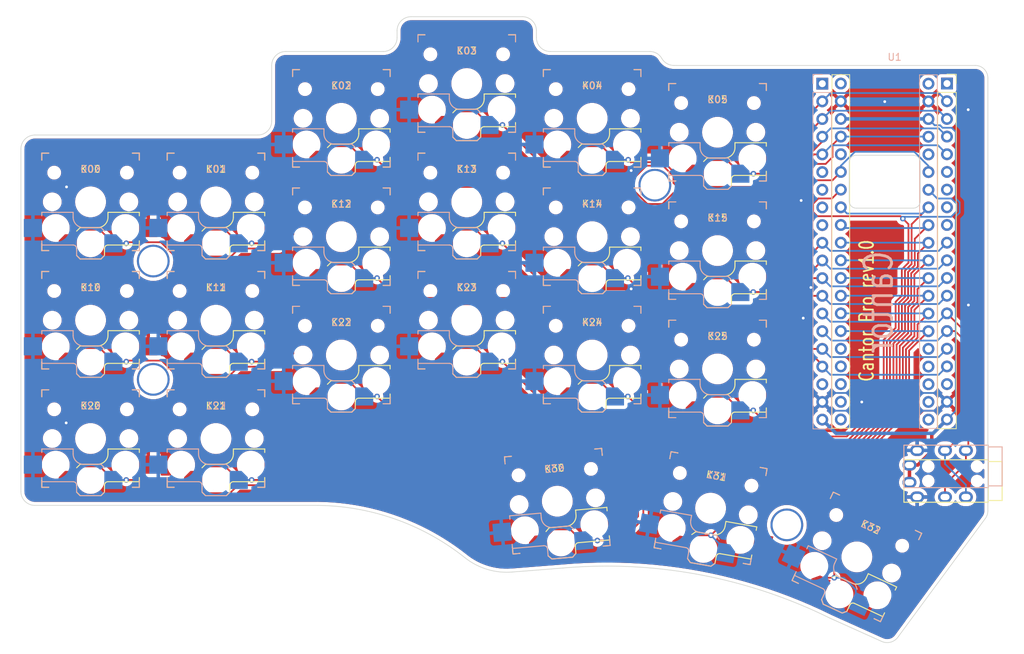
<source format=kicad_pcb>
(kicad_pcb (version 20211014) (generator pcbnew)
  (title_block (title "Cantor Pro") (rev "rev1.0"))
  (layers (0 "F.Cu" signal) (31 "B.Cu" signal) (34 "B.Paste" user) (35 "F.Paste" user) (36 "B.SilkS" user "B.Silkscreen") (37 "F.SilkS" user "F.Silkscreen") (38 "B.Mask" user) (39 "F.Mask" user) (44 "Edge.Cuts" user))
  (net 0 "")
  (net 1 "+3V3")
  (net 2 "GND")
  (net 3 "/TX")
  (net 4 "/RX")
  (net 5 "/k00")
  (net 6 "/k01")
  (net 7 "/k02")
  (net 8 "/k03")
  (net 9 "/k04")
  (net 10 "/k05")
  (net 11 "/k10")
  (net 12 "/k11")
  (net 13 "/k12")
  (net 14 "/k13")
  (net 15 "/k14")
  (net 16 "/k15")
  (net 17 "/k20")
  (net 18 "/k21")
  (net 19 "/k22")
  (net 20 "/k23")
  (net 21 "/k24")
  (net 22 "/k25")
  (net 23 "/k30")
  (net 24 "/k31")
  (net 25 "/k32")
  (footprint "cantor:Kailh_socket_PG1350_reversible_cropped_pads" (layer "F.Cu") (at 164 94)
    (fp_text reference "K25")
    (fp_text value "KEYSW")
  )
  (footprint "cantor:Kailh_socket_PG1350_reversible_cropped_pads" (layer "F.Cu") (at 146 92)
    (fp_text reference "K24")
    (fp_text value "KEYSW")
  )
  (footprint "cantor:Kailh_socket_PG1350_reversible_cropped_pads" (layer "F.Cu") (at 92 104)
    (fp_text reference "K21")
    (fp_text value "KEYSW")
  )
  (footprint "cantor:Kailh_socket_PG1350_reversible_cropped_pads" (layer "F.Cu") (at 110 58)
    (fp_text reference "K02")
    (fp_text value "KEYSW")
  )
  (footprint "cantor:Kailh_socket_PG1350_reversible_cropped_pads" (layer "F.Cu") (at 74 87)
    (fp_text reference "K10")
    (fp_text value "KEYSW")
  )
  (footprint "cantor:Standoff_Hole" (layer "F.Cu") (at 83 78.5)
    (fp_text reference "H1")
    (fp_text value "MountingHole" hide)
  )
  (footprint "cantor:Kailh_socket_PG1350_reversible_cropped_pads" (layer "F.Cu") (at 146 58)
    (fp_text reference "K04")
    (fp_text value "KEYSW")
  )
  (footprint "cantor:Kailh_socket_PG1350_reversible_cropped_pads" (layer "F.Cu") (at 110 75)
    (fp_text reference "K12")
    (fp_text value "KEYSW")
  )
  (footprint "cantor:Standoff_Hole" (layer "F.Cu") (at 173.95 116.4)
    (fp_text reference "H4")
    (fp_text value "MountingHole" hide)
  )
  (footprint "cantor:Kailh_socket_PG1350_reversible_cropped_pads" (layer "F.Cu") (at 141 113 5)
    (fp_text reference "K30")
    (fp_text value "KEYSW")
  )
  (footprint "cantor:Kailh_socket_PG1350_reversible_cropped_pads" (layer "F.Cu") (at 92 70)
    (fp_text reference "K01")
    (fp_text value "KEYSW")
  )
  (footprint "cantor:Kailh_socket_PG1350_reversible_cropped_pads" (layer "F.Cu") (at 146 75)
    (fp_text reference "K14")
    (fp_text value "KEYSW")
  )
  (footprint "cantor:Kailh_socket_PG1350_reversible_cropped_pads" (layer "F.Cu") (at 128 87)
    (fp_text reference "K23")
    (fp_text value "KEYSW")
  )
  (footprint "cantor:Kailh_socket_PG1350_reversible_cropped_pads" (layer "F.Cu") (at 128 53)
    (fp_text reference "K03")
    (fp_text value "KEYSW")
  )
  (footprint "cantor:Standoff_Hole" (layer "F.Cu") (at 83 95.5)
    (fp_text reference "H3")
    (fp_text value "MountingHole" hide)
  )
  (footprint "cantor:Kailh_socket_PG1350_reversible_cropped_pads" (layer "F.Cu") (at 110 92)
    (fp_text reference "K22")
    (fp_text value "KEYSW")
  )
  (footprint "Keebio-Parts:TRRS-PJ-320A" (layer "F.Cu") (at 202.85 110.1 -90)
    (fp_text reference "J1")
    (fp_text value "TRRS")
  )
  (footprint "cantor:Kailh_socket_PG1350_reversible_cropped_pads" (layer "F.Cu") (at 164 77)
    (fp_text reference "K15")
    (fp_text value "KEYSW")
  )
  (footprint "cantor:Standoff_Hole" (layer "F.Cu") (at 155 67.5)
    (fp_text reference "H2")
    (fp_text value "MountingHole" hide)
  )
  (footprint "cantor:Kailh_socket_PG1350_reversible_cropped_pads" (layer "F.Cu") (at 184 121 -25)
    (fp_text reference "K32")
    (fp_text value "KEYSW")
  )
  (footprint "cantor:Kailh_socket_PG1350_reversible_cropped_pads" (layer "F.Cu") (at 92 87)
    (fp_text reference "K11")
    (fp_text value "KEYSW")
  )
  (footprint "Footprints:YAAJ_WeAct_BlackPill_2" (layer "F.Cu") (at 179.155 53)
    (fp_text reference "U1")
    (fp_text value "YAAJ_WeAct_BlackPill_Part_Like" hide)
  )
  (footprint "cantor:Kailh_socket_PG1350_reversible_cropped_pads" (layer "F.Cu") (at 164 60)
    (fp_text reference "K05")
    (fp_text value "KEYSW")
  )
  (footprint "cantor:Kailh_socket_PG1350_reversible_cropped_pads" (layer "F.Cu") (at 74 104)
    (fp_text reference "K20")
    (fp_text value "KEYSW")
  )
  (footprint "cantor:Kailh_socket_PG1350_reversible_cropped_pads" (layer "F.Cu") (at 128 70)
    (fp_text reference "K13")
    (fp_text value "KEYSW")
  )
  (footprint "cantor:Kailh_socket_PG1350_reversible_cropped_pads" (layer "F.Cu") (at 74 70)
    (fp_text reference "K00")
    (fp_text value "KEYSW")
  )
  (footprint "cantor:Kailh_socket_PG1350_reversible_cropped_pads" (layer "F.Cu") (at 163 114 -10)
    (fp_text reference "K31")
    (fp_text value "KEYSW")
  )
  (gr_line (start 182.9 69.9) (end 182.9 64.3) (layer "Edge.Cuts") (width 0.1))
  (gr_arc (start 201 50.4) (mid 202.272792 50.927208) (end 202.8 52.2) (layer "Edge.Cuts") (width 0.1))
  (gr_arc (start 100 50.4) (mid 100.585786 48.985786) (end 102 48.4) (layer "Edge.Cuts") (width 0.1))
  (gr_line (start 66 113.6) (end 106.5 113.6) (layer "Edge.Cuts") (width 0.1))
  (gr_line (start 189.949999 132.449999) (end 202.434044 115.487896) (layer "Edge.Cuts") (width 0.1))
  (gr_arc (start 134.5 123.175) (mid 130.930967 122.788889) (end 127.75 121.125) (layer "Edge.Cuts") (width 0.1))
  (gr_arc (start 118 45.4) (mid 118.585786 43.985786) (end 120 43.4) (layer "Edge.Cuts") (width 0.1))
  (gr_line (start 192.1 70.9) (end 183.9 70.9) (layer "Edge.Cuts") (width 0.1))
  (gr_line (start 201 50.4) (end 157.750002 50.399998) (layer "Edge.Cuts") (width 0.1))
  (gr_arc (start 182.9 64.3) (mid 183.192893 63.592893) (end 183.9 63.3) (layer "Edge.Cuts") (width 0.1))
  (gr_line (start 118 45.4) (end 118 46.4) (layer "Edge.Cuts") (width 0.1))
  (gr_line (start 138 46.4) (end 138 45.4) (layer "Edge.Cuts") (width 0.1))
  (gr_arc (start 193.1 69.9) (mid 192.807107 70.607107) (end 192.1 70.9) (layer "Edge.Cuts") (width 0.1))
  (gr_line (start 193.092893 64.3) (end 193.1 69.9) (layer "Edge.Cuts") (width 0.1))
  (gr_arc (start 202.8 114.4) (mid 202.70606 114.973899) (end 202.434044 115.487896) (layer "Edge.Cuts") (width 0.1))
  (gr_line (start 100 50.4) (end 100 58.4) (layer "Edge.Cuts") (width 0.1))
  (gr_line (start 98 60.4) (end 66 60.4) (layer "Edge.Cuts") (width 0.1))
  (gr_arc (start 136 43.4) (mid 137.414214 43.985786) (end 138 45.4) (layer "Edge.Cuts") (width 0.1))
  (gr_arc (start 118 46.4) (mid 117.414214 47.814214) (end 116 48.4) (layer "Edge.Cuts") (width 0.1))
  (gr_arc (start 66 113.6) (mid 64.585786 113.014214) (end 64 111.6) (layer "Edge.Cuts") (width 0.1))
  (gr_line (start 202.8 114.4) (end 202.8 113.2) (layer "Edge.Cuts") (width 0.1))
  (gr_line (start 141.8 122.600001) (end 134.5 123.175) (layer "Edge.Cuts") (width 0.1))
  (gr_line (start 180.129399 129.8) (end 187.513868 133.121447) (layer "Edge.Cuts") (width 0.1))
  (gr_arc (start 140 48.4) (mid 138.585786 47.814214) (end 138 46.4) (layer "Edge.Cuts") (width 0.1))
  (gr_arc (start 157.750002 50.399998) (mid 156.742216 50.132373) (end 156 49.4) (layer "Edge.Cuts") (width 0.1))
  (gr_line (start 64 62.4) (end 64 111.6) (layer "Edge.Cuts") (width 0.1))
  (gr_arc (start 192.092893 63.3) (mid 192.8 63.592893) (end 193.092893 64.3) (layer "Edge.Cuts") (width 0.1))
  (gr_arc (start 183.9 70.9) (mid 183.192893 70.607107) (end 182.9 69.9) (layer "Edge.Cuts") (width 0.1))
  (gr_line (start 136 43.4) (end 120 43.4) (layer "Edge.Cuts") (width 0.1))
  (gr_arc (start 64 62.4) (mid 64.585786 60.985786) (end 66 60.4) (layer "Edge.Cuts") (width 0.1))
  (gr_arc (start 106.5 113.600001) (mid 117.756229 115.57996) (end 127.75 121.125) (layer "Edge.Cuts") (width 0.1))
  (gr_line (start 183.9 63.3) (end 192.092893 63.3) (layer "Edge.Cuts") (width 0.1))
  (gr_line (start 116 48.4) (end 102 48.4) (layer "Edge.Cuts") (width 0.1))
  (gr_arc (start 154.3 48.4) (mid 155.286154 48.668538) (end 156 49.4) (layer "Edge.Cuts") (width 0.1))
  (gr_line (start 202.8 113.2) (end 202.8 52.2) (layer "Edge.Cuts") (width 0.1))
  (gr_arc (start 100 58.4) (mid 99.414214 59.814214) (end 98 60.4) (layer "Edge.Cuts") (width 0.1))
  (gr_arc (start 189.949999 132.449999) (mid 188.858511 133.244969) (end 187.513868 133.121447) (layer "Edge.Cuts") (width 0.1))
  (gr_line (start 154.3 48.4) (end 140 48.4) (layer "Edge.Cuts") (width 0.1))
  (gr_arc (start 141.8 122.600001) (mid 161.459797 123.564333) (end 180.129399 129.8) (layer "Edge.Cuts") (width 0.1))
  (gr_text "Cantor" (at 187.15 84.4 90) (layer "B.SilkS") (effects (font (size 4 3) (thickness 0.4)) (justify mirror)))
  (gr_text "Cantor Pro rev1.0" (at 185.4 85.65 90) (layer "F.SilkS") (effects (font (size 2 1.5) (thickness 0.25))))
  (segment (start 194.75 105.8) (end 192.75 107.8) (width 0.5) (layer "F.Cu") (net 1))
  (segment (start 194.75 103.445) (end 194.75 105.8) (width 0.5) (layer "F.Cu") (net 1))
  (segment (start 196.935 101.26) (end 194.75 103.445) (width 0.5) (layer "F.Cu") (net 1))
  (segment (start 191.55 110.3) (end 191.55 107.8) (width 0.5) (layer "F.Cu") (net 1))
  (segment (start 192.75 107.8) (end 191.55 107.8) (width 0.5) (layer "F.Cu") (net 1))
  (segment (start 179.035 101.28) (end 181.005 103.25) (width 0.5) (layer "B.Cu") (net 1))
  (segment (start 195.170489 58.995489) (end 195.946885 58.995489) (width 0.25) (layer "B.Cu") (net 1))
  (segment (start 195.946885 58.995489) (end 196.301396 59.35) (width 0.25) (layer "B.Cu") (net 1))
  (segment (start 194.945 103.25) (end 196.935 101.26) (width 0.5) (layer "B.Cu") (net 1))
  (segment (start 181.005 103.25) (end 194.945 103.25) (width 0.5) (layer "B.Cu") (net 1))
  (segment (start 198.2 99.995) (end 196.935 101.26) (width 0.25) (layer "B.Cu") (net 1))
  (segment (start 198.76 70.073604) (end 198.76 71.546396) (width 0.25) (layer "B.Cu") (net 1))
  (segment (start 198.2 69.513604) (end 198.76 70.073604) (width 0.25) (layer "B.Cu") (net 1))
  (segment (start 196.301396 59.35) (end 197.61 59.35) (width 0.25) (layer "B.Cu") (net 1))
  (segment (start 181.695 58.08) (end 194.255 58.08) (width 0.5) (layer "B.Cu") (net 1))
  (segment (start 198.76 71.546396) (end 198.2 72.106396) (width 0.25) (layer "B.Cu") (net 1))
  (segment (start 197.61 59.35) (end 198.2 59.94) (width 0.25) (layer "B.Cu") (net 1))
  (segment (start 198.2 72.106396) (end 198.2 99.995) (width 0.25) (layer "B.Cu") (net 1))
  (segment (start 198.2 59.94) (end 198.2 69.513604) (width 0.25) (layer "B.Cu") (net 1))
  (segment (start 194.255 58.08) (end 195.170489 58.995489) (width 0.25) (layer "B.Cu") (net 1))
  (segment (start 192.65 100.9) (end 193.55 100) (width 0.25) (layer "F.Cu") (net 2))
  (segment (start 193.55 100) (end 195.655 100) (width 0.25) (layer "F.Cu") (net 2))
  (segment (start 195.655 100) (end 196.935 98.72) (width 0.25) (layer "F.Cu") (net 2))
  (segment (start 192.65 105.7) (end 192.65 100.9) (width 0.25) (layer "F.Cu") (net 2))
  (via (at 188 55.6) (size 0.8) (drill 0.4) (layers "F.Cu" "B.Cu") (net 2))
  (via (at 70.55 67.85) (size 0.8) (drill 0.4) (layers "F.Cu" "B.Cu") (net 2))
  (via (at 151.6 82.5) (size 0.8) (drill 0.4) (layers "F.Cu" "B.Cu") (net 2))
  (via (at 151.6 65.5) (size 0.8) (drill 0.4) (layers "F.Cu" "B.Cu") (net 2))
  (via (at 176.3 86.7) (size 0.8) (drill 0.4) (layers "F.Cu" "B.Cu") (net 2))
  (via (at 199.98 56.76) (size 0.8) (drill 0.4) (layers "F.Cu" "B.Cu") (net 2))
  (via (at 176 69.8) (size 0.8) (drill 0.4) (layers "F.Cu" "B.Cu") (net 2))
  (via (at 177.4 82.3) (size 0.8) (drill 0.4) (layers "F.Cu" "B.Cu") (net 2))
  (via (at 184.7 98.75) (size 0.8) (drill 0.4) (layers "F.Cu" "B.Cu") (net 2))
  (via (at 70.5 101.75) (size 0.8) (drill 0.4) (layers "F.Cu" "B.Cu") (net 2))
  (via (at 200.01 84.82) (size 0.8) (drill 0.4) (layers "F.Cu" "B.Cu") (net 2))
  (segment (start 195.665 97.45) (end 196.935 98.72) (width 0.25) (layer "B.Cu") (net 2))
  (segment (start 195.655 100) (end 196.935 98.72) (width 0.25) (layer "B.Cu") (net 2))
  (segment (start 179.035 98.74) (end 180.295 100) (width 0.25) (layer "B.Cu") (net 2))
  (segment (start 180.325 97.45) (end 195.665 97.45) (width 0.25) (layer "B.Cu") (net 2))
  (segment (start 193.2 112.3) (end 192.6625 112.3) (width 0.25) (layer "B.Cu") (net 2))
  (segment (start 180.295 100) (end 195.655 100) (width 0.25) (layer "B.Cu") (net 2))
  (segment (start 179.035 98.74) (end 180.325 97.45) (width 0.25) (layer "B.Cu") (net 2))
  (segment (start 200 105.35) (end 199.65 105.7) (width 0.25) (layer "F.Cu") (net 3))
  (segment (start 196.65 110.6) (end 196.65 112.4) (width 0.25) (layer "F.Cu") (net 3))
  (segment (start 199.65 107.6) (end 199.65 105.7) (width 0.25) (layer "F.Cu") (net 3))
  (segment (start 199.65 107.6) (end 196.65 110.6) (width 0.25) (layer "F.Cu") (net 3))
  (segment (start 196.935 86.02) (end 200 89.085) (width 0.25) (layer "F.Cu") (net 3))
  (segment (start 200 89.085) (end 200 105.35) (width 0.25) (layer "F.Cu") (net 3))
  (segment (start 193.786995 87.213005) (end 193.788501 87.214511) (width 0.25) (layer "B.Cu") (net 3))
  (segment (start 179.035 86.04) (end 180.208005 87.213005) (width 0.25) (layer "B.Cu") (net 3))
  (segment (start 195.740489 87.214511) (end 196.935 86.02) (width 0.25) (layer "B.Cu") (net 3))
  (segment (start 193.788501 87.214511) (end 195.740489 87.214511) (width 0.25) (layer "B.Cu") (net 3))
  (segment (start 180.208005 87.213005) (end 193.786995 87.213005) (width 0.25) (layer "B.Cu") (net 3))
  (segment (start 198.11 88.56) (end 199.55048 90.00048) (width 0.25) (layer "F.Cu") (net 4))
  (segment (start 199.55048 90.00048) (end 199.55048 102.99952) (width 0.25) (layer "F.Cu") (net 4))
  (segment (start 199.55048 102.99952) (end 196.85 105.7) (width 0.25) (layer "F.Cu") (net 4))
  (segment (start 196.935 88.56) (end 198.11 88.56) (width 0.25) (layer "F.Cu") (net 4))
  (segment (start 196.85 105.7) (end 196.65 105.7) (width 0.25) (layer "F.Cu") (net 4))
  (segment (start 199.65 110.65) (end 199.65 112.4) (width 0.25) (layer "B.Cu") (net 4))
  (segment (start 196.65 107.65) (end 199.65 110.65) (width 0.25) (layer "B.Cu") (net 4))
  (segment (start 180.380489 89.925489) (end 195.569511 89.925489) (width 0.25) (layer "B.Cu") (net 4))
  (segment (start 196.65 105.7) (end 196.65 107.65) (width 0.25) (layer "B.Cu") (net 4))
  (segment (start 179.035 88.58) (end 180.380489 89.925489) (width 0.25) (layer "B.Cu") (net 4))
  (segment (start 195.569511 89.925489) (end 196.935 88.56) (width 0.25) (layer "B.Cu") (net 4))
  (segment (start 103.1 70.186396) (end 103.1 74.65) (width 0.25) (layer "F.Cu") (net 5))
  (segment (start 72.65 74) (end 75.325 74) (width 0.25) (layer "F.Cu") (net 5))
  (segment (start 84.1 75.8) (end 79.275 75.8) (width 0.25) (layer "F.Cu") (net 5))
  (segment (start 153.544186 71.2) (end 150.194186 67.85) (width 0.25) (layer "F.Cu") (net 5))
  (segment (start 94.15 77.85) (end 86.15 77.85) (width 0.25) (layer "F.Cu") (net 5))
  (segment (start 70.7 75.95) (end 72.65 74) (width 0.25) (layer "F.Cu") (net 5))
  (segment (start 180.500489 66.894511) (end 175.387469 66.894511) (width 0.25) (layer "F.Cu") (net 5))
  (segment (start 95.3 76.7) (end 94.15 77.85) (width 0.25) (layer "F.Cu") (net 5))
  (segment (start 105.436396 67.85) (end 103.1 70.186396) (width 0.25) (layer "F.Cu") (net 5))
  (segment (start 150.194186 67.85) (end 105.436396 67.85) (width 0.25) (layer "F.Cu") (net 5))
  (segment (start 103.1 74.65) (end 101.05 76.7) (width 0.25) (layer "F.Cu") (net 5))
  (segment (start 77.275 75.95) (end 79.125 75.95) (width 0.25) (layer "F.Cu") (net 5))
  (segment (start 86.15 77.85) (end 84.1 75.8) (width 0.25) (layer "F.Cu") (net 5))
  (segment (start 158.005814 69.65) (end 156.455814 71.2) (width 0.25) (layer "F.Cu") (net 5))
  (segment (start 75.325 74) (end 77.275 75.95) (width 0.25) (layer "F.Cu") (net 5))
  (segment (start 172.63198 69.65) (end 158.005814 69.65) (width 0.25) (layer "F.Cu") (net 5))
  (segment (start 101.05 76.7) (end 95.3 76.7) (width 0.25) (layer "F.Cu") (net 5))
  (segment (start 79.275 75.8) (end 79.125 75.95) (width 0.25) (layer "F.Cu") (net 5))
  (segment (start 156.455814 71.2) (end 153.544186 71.2) (width 0.25) (layer "F.Cu") (net 5))
  (segment (start 181.695 65.7) (end 180.500489 66.894511) (width 0.25) (layer "F.Cu") (net 5))
  (segment (start 175.387469 66.894511) (end 172.63198 69.65) (width 0.25) (layer "F.Cu") (net 5))
  (via (at 79.125 75.95) (size 0.8) (drill 0.4) (layers "F.Cu" "B.Cu") (net 5))
  (segment (start 181.695 65.7) (end 181.695 64.821701) (width 0.25) (layer "B.Cu") (net 5))
  (segment (start 194.275 64.835) (end 194.275 65.72) (width 0.25) (layer "B.Cu") (net 5))
  (segment (start 192.24 62.8) (end 193.1 63.66) (width 0.25) (layer "B.Cu") (net 5))
  (segment (start 193.1 63.666701) (end 193.788299 64.355) (width 0.25) (layer "B.Cu") (net 5))
  (segment (start 181.695 64.821701) (end 183.716701 62.8) (width 0.25) (layer "B.Cu") (net 5))
  (segment (start 79.125 75.95) (end 77.275 75.95) (width 0.25) (layer "B.Cu") (net 5))
  (segment (start 193.788299 64.355) (end 193.795 64.355) (width 0.25) (layer "B.Cu") (net 5))
  (segment (start 193.1 63.66) (end 193.1 63.666701) (width 0.25) (layer "B.Cu") (net 5))
  (segment (start 193.795 64.355) (end 194.275 64.835) (width 0.25) (layer "B.Cu") (net 5))
  (segment (start 183.716701 62.8) (end 192.24 62.8) (width 0.25) (layer "B.Cu") (net 5))
  (segment (start 102.65 70) (end 105.25 67.4) (width 0.25) (layer "F.Cu") (net 6))
  (segment (start 97.125 75.95) (end 101.163604 75.95) (width 0.25) (layer "F.Cu") (net 6))
  (segment (start 153.730582 70.75) (end 156.269418 70.75) (width 0.25) (layer "F.Cu") (net 6))
  (segment (start 105.25 67.4) (end 150.380582 67.4) (width 0.25) (layer "F.Cu") (net 6))
  (segment (start 179.521499 64.545489) (end 180.5 63.566988) (width 0.25) (layer "F.Cu") (net 6))
  (segment (start 180.5 63.566988) (end 180.5 61.815) (width 0.25) (layer "F.Cu") (net 6))
  (segment (start 177.100095 64.545489) (end 179.521499 64.545489) (width 0.25) (layer "F.Cu") (net 6))
  (segment (start 93.325 74) (end 95.275 75.95) (width 0.25) (layer "F.Cu") (net 6))
  (segment (start 101.163604 75.95) (end 102.65 74.463604) (width 0.25) (layer "F.Cu") (net 6))
  (segment (start 90.65 74) (end 93.325 74) (width 0.25) (layer "F.Cu") (net 6))
  (segment (start 102.65 74.463604) (end 102.65 70) (width 0.25) (layer "F.Cu") (net 6))
  (segment (start 172.445584 69.2) (end 177.100095 64.545489) (width 0.25) (layer "F.Cu") (net 6))
  (segment (start 157.819418 69.2) (end 172.445584 69.2) (width 0.25) (layer "F.Cu") (net 6))
  (segment (start 150.380582 67.4) (end 153.730582 70.75) (width 0.25) (layer "F.Cu") (net 6))
  (segment (start 95.275 75.95) (end 97.125 75.95) (width 0.25) (layer "F.Cu") (net 6))
  (segment (start 88.7 75.95) (end 90.65 74) (width 0.25) (layer "F.Cu") (net 6))
  (segment (start 180.5 61.815) (end 181.695 60.62) (width 0.25) (layer "F.Cu") (net 6))
  (segment (start 156.269418 70.75) (end 157.819418 69.2) (width 0.25) (layer "F.Cu") (net 6))
  (via (at 97.125 75.95) (size 0.8) (drill 0.4) (layers "F.Cu" "B.Cu") (net 6))
  (segment (start 97.125 75.95) (end 95.275 75.95) (width 0.25) (layer "B.Cu") (net 6))
  (segment (start 194.255 60.62) (end 194.275 60.64) (width 0.25) (layer "B.Cu") (net 6))
  (segment (start 181.695 60.62) (end 194.255 60.62) (width 0.25) (layer "B.Cu") (net 6))
  (segment (start 150.566978 66.95) (end 118.125 66.95) (width 0.25) (layer "F.Cu") (net 7))
  (segment (start 111.325 62) (end 113.275 63.95) (width 0.25) (layer "F.Cu") (net 7))
  (segment (start 179.035 63.18) (end 177.829188 63.18) (width 0.25) (layer "F.Cu") (net 7))
  (segment (start 156.083022 70.3) (end 153.916978 70.3) (width 0.25) (layer "F.Cu") (net 7))
  (segment (start 106.7 63.95) (end 108.65 62) (width 0.25) (layer "F.Cu") (net 7))
  (segment (start 177.829188 63.18) (end 172.259188 68.75) (width 0.25) (layer "F.Cu") (net 7))
  (segment (start 157.633022 68.75) (end 156.083022 70.3) (width 0.25) (layer "F.Cu") (net 7))
  (segment (start 113.275 63.95) (end 115.125 63.95) (width 0.25) (layer "F.Cu") (net 7))
  (segment (start 172.259188 68.75) (end 157.633022 68.75) (width 0.25) (layer "F.Cu") (net 7))
  (segment (start 108.65 62) (end 111.325 62) (width 0.25) (layer "F.Cu") (net 7))
  (segment (start 118.125 66.95) (end 115.125 63.95) (width 0.25) (layer "F.Cu") (net 7))
  (segment (start 153.916978 70.3) (end 150.566978 66.95) (width 0.25) (layer "F.Cu") (net 7))
  (via (at 115.125 63.95) (size 0.8) (drill 0.4) (layers "F.Cu" "B.Cu") (net 7))
  (segment (start 115.125 63.95) (end 113.275 63.95) (width 0.25) (layer "B.Cu") (net 7))
  (segment (start 180.345 61.87) (end 195.645 61.87) (width 0.25) (layer "B.Cu") (net 7))
  (segment (start 179.035 63.18) (end 180.345 61.87) (width 0.25) (layer "B.Cu") (net 7))
  (segment (start 195.645 61.87) (end 196.935 63.16) (width 0.25) (layer "B.Cu") (net 7))
  (segment (start 179.035 61.337792) (end 179.035 60.64) (width 0.25) (layer "F.Cu") (net 8))
  (segment (start 140.675 66.5) (end 152.1 66.5) (width 0.25) (layer "F.Cu") (net 8))
  (segment (start 172.072792 68.3) (end 179.035 61.337792) (width 0.25) (layer "F.Cu") (net 8))
  (segment (start 126.65 57) (end 129.325 57) (width 0.25) (layer "F.Cu") (net 8))
  (segment (start 131.275 58.95) (end 133.125 58.95) (width 0.25) (layer "F.Cu") (net 8))
  (segment (start 153.8 64.8) (end 156.163604 64.8) (width 0.25) (layer "F.Cu") (net 8))
  (segment (start 124.7 58.95) (end 126.65 57) (width 0.25) (layer "F.Cu") (net 8))
  (segment (start 129.325 57) (end 131.275 58.95) (width 0.25) (layer "F.Cu") (net 8))
  (segment (start 152.1 66.5) (end 153.8 64.8) (width 0.25) (layer "F.Cu") (net 8))
  (segment (start 156.163604 64.8) (end 157.675 66.311396) (width 0.25) (layer "F.Cu") (net 8))
  (segment (start 157.675 66.311396) (end 157.675 67.275) (width 0.25) (layer "F.Cu") (net 8))
  (segment (start 157.675 67.275) (end 158.7 68.3) (width 0.25) (layer "F.Cu") (net 8))
  (segment (start 133.125 58.95) (end 140.675 66.5) (width 0.25) (layer "F.Cu") (net 8))
  (segment (start 158.7 68.3) (end 172.072792 68.3) (width 0.25) (layer "F.Cu") (net 8))
  (via (at 133.125 58.95) (size 0.8) (drill 0.4) (layers "F.Cu" "B.Cu") (net 8))
  (segment (start 179.035 60.64) (end 180.229511 59.445489) (width 0.25) (layer "B.Cu") (net 8))
  (segment (start 133.125 58.95) (end 131.275 58.95) (width 0.25) (layer "B.Cu") (net 8))
  (segment (start 180.229511 59.445489) (end 195.760489 59.445489) (width 0.25) (layer "B.Cu") (net 8))
  (segment (start 195.760489 59.445489) (end 196.935 60.62) (width 0.25) (layer "B.Cu") (net 8))
  (segment (start 144.7 62) (end 147.375 62) (width 0.25) (layer "F.Cu") (net 9))
  (segment (start 156.3 64.3) (end 151.525 64.3) (width 0.25) (layer "F.Cu") (net 9))
  (segment (start 151.525 64.3) (end 151.175 63.95) (width 0.25) (layer "F.Cu") (net 9))
  (segment (start 142.75 63.95) (end 144.7 62) (width 0.25) (layer "F.Cu") (net 9))
  (segment (start 149.325 63.95) (end 151.175 63.95) (width 0.25) (layer "F.Cu") (net 9))
  (segment (start 158.125 66.125) (end 156.3 64.3) (width 0.25) (layer "F.Cu") (net 9))
  (segment (start 147.375 62) (end 149.325 63.95) (width 0.25) (layer "F.Cu") (net 9))
  (segment (start 179.035 58.1) (end 177.30048 59.83452) (width 0.25) (layer "F.Cu") (net 9))
  (segment (start 177.30048 59.83452) (end 177.30048 62.435916) (width 0.25) (layer "F.Cu") (net 9))
  (segment (start 177.30048 62.435916) (end 171.886396 67.85) (width 0.25) (layer "F.Cu") (net 9))
  (segment (start 158.886396 67.85) (end 158.125 67.088604) (width 0.25) (layer "F.Cu") (net 9))
  (segment (start 158.125 67.088604) (end 158.125 66.125) (width 0.25) (layer "F.Cu") (net 9))
  (segment (start 171.886396 67.85) (end 158.886396 67.85) (width 0.25) (layer "F.Cu") (net 9))
  (via (at 151.175 63.95) (size 0.8) (drill 0.4) (layers "F.Cu" "B.Cu") (net 9))
  (segment (start 179.035 58.1) (end 180.229511 56.905489) (width 0.25) (layer "B.Cu") (net 9))
  (segment (start 151.175 63.95) (end 149.275 63.95) (width 0.25) (layer "B.Cu") (net 9))
  (segment (start 195.760489 56.905489) (end 196.935 58.08) (width 0.25) (layer "B.Cu") (net 9))
  (segment (start 180.229511 56.905489) (end 195.760489 56.905489) (width 0.25) (layer "B.Cu") (net 9))
  (segment (start 160.725 65.95) (end 162.675 64) (width 0.25) (layer "F.Cu") (net 10))
  (segment (start 179.035 55.56) (end 176.85048 57.74452) (width 0.25) (layer "F.Cu") (net 10))
  (segment (start 176.85048 57.74452) (end 176.85048 62.24952) (width 0.25) (layer "F.Cu") (net 10))
  (segment (start 173.15 65.95) (end 173.425 65.675) (width 0.25) (layer "F.Cu") (net 10))
  (segment (start 165.35 64) (end 167.3 65.95) (width 0.25) (layer "F.Cu") (net 10))
  (segment (start 162.675 64) (end 165.35 64) (width 0.25) (layer "F.Cu") (net 10))
  (segment (start 176.85048 62.24952) (end 173.425 65.675) (width 0.25) (layer "F.Cu") (net 10))
  (segment (start 169.15 65.95) (end 173.15 65.95) (width 0.25) (layer "F.Cu") (net 10))
  (segment (start 167.3 65.95) (end 169.15 65.95) (width 0.25) (layer "F.Cu") (net 10))
  (via (at 169.15 65.95) (size 0.8) (drill 0.4) (layers "F.Cu" "B.Cu") (net 10))
  (segment (start 179.035 55.56) (end 180.229511 54.365489) (width 0.25) (layer "B.Cu") (net 10))
  (segment (start 195.760489 54.365489) (end 196.935 55.54) (width 0.25) (layer "B.Cu") (net 10))
  (segment (start 167.275 65.95) (end 169.15 65.95) (width 0.25) (layer "B.Cu") (net 10))
  (segment (start 180.229511 54.365489) (end 195.760489 54.365489) (width 0.25) (layer "B.Cu") (net 10))
  (segment (start 72.65 91) (end 75.325 91) (width 0.25) (layer "F.Cu") (net 11))
  (segment (start 86.25 94.85) (end 94.069302 94.85) (width 0.25) (layer "F.Cu") (net 11))
  (segment (start 70.7 92.95) (end 72.65 91) (width 0.25) (layer "F.Cu") (net 11))
  (segment (start 95.244302 93.675) (end 101.211396 93.675) (width 0.25) (layer "F.Cu") (net 11))
  (segment (start 77.275 92.95) (end 79.125 92.95) (width 0.25) (layer "F.Cu") (net 11))
  (segment (start 75.325 91) (end 77.275 92.95) (width 0.25) (layer "F.Cu") (net 11))
  (segment (start 94.069302 94.85) (end 95.244302 93.675) (width 0.25) (layer "F.Cu") (net 11))
  (segment (start 101.211396 93.675) (end 103.1 91.786396) (width 0.25) (layer "F.Cu") (net 11))
  (segment (start 154.554416 86.9) (end 172.513604 86.9) (width 0.25) (layer "F.Cu") (net 11))
  (segment (start 79.125 92.95) (end 79.275 92.8) (width 0.25) (layer "F.Cu") (net 11))
  (segment (start 103.1 86.786396) (end 105.186396 84.7) (width 0.25) (layer "F.Cu") (net 11))
  (segment (start 179.035 93.421396) (end 179.035 93.66) (width 0.25) (layer "F.Cu") (net 11))
  (segment (start 172.513604 86.9) (end 179.035 93.421396) (width 0.25) (layer "F.Cu") (net 11))
  (segment (start 79.275 92.8) (end 84.2 92.8) (width 0.25) (layer "F.Cu") (net 11))
  (segment (start 84.2 92.8) (end 86.25 94.85) (width 0.25) (layer "F.Cu") (net 11))
  (segment (start 152.354416 84.7) (end 154.554416 86.9) (width 0.25) (layer "F.Cu") (net 11))
  (segment (start 105.186396 84.7) (end 152.354416 84.7) (width 0.25) (layer "F.Cu") (net 11))
  (segment (start 103.1 91.786396) (end 103.1 86.786396) (width 0.25) (layer "F.Cu") (net 11))
  (via (at 79.125 92.95) (size 0.8) (drill 0.4) (layers "F.Cu" "B.Cu") (net 11))
  (segment (start 179.035 93.66) (end 180.209511 94.834511) (width 0.25) (layer "B.Cu") (net 11))
  (segment (start 180.209511 94.834511) (end 195.740489 94.834511) (width 0.25) (layer "B.Cu") (net 11))
  (segment (start 195.740489 94.834511) (end 196.935 93.64) (width 0.25) (layer "B.Cu") (net 11))
  (segment (start 79.125 92.95) (end 77.275 92.95) (width 0.25) (layer "B.Cu") (net 11))
  (segment (start 152.540812 84.25) (end 154.740812 86.45) (width 0.25) (layer "F.Cu") (net 12))
  (segment (start 95.275 92.95) (end 97.125 92.95) (width 0.25) (layer "F.Cu") (net 12))
  (segment (start 105 84.25) (end 152.540812 84.25) (width 0.25) (layer "F.Cu") (net 12))
  (segment (start 102.65 91.6) (end 102.65 86.6) (width 0.25) (layer "F.Cu") (net 12))
  (segment (start 101.3 92.95) (end 102.65 91.6) (width 0.25) (layer "F.Cu") (net 12))
  (segment (start 102.65 86.6) (end 105 84.25) (width 0.25) (layer "F.Cu") (net 12))
  (segment (start 88.7 92.95) (end 90.65 91) (width 0.25) (layer "F.Cu") (net 12))
  (segment (start 177.37 91.12) (end 179.035 91.12) (width 0.25) (layer "F.Cu") (net 12))
  (segment (start 154.740812 86.45) (end 172.7 86.45) (width 0.25) (layer "F.Cu") (net 12))
  (segment (start 97.125 92.95) (end 101.3 92.95) (width 0.25) (layer "F.Cu") (net 12))
  (segment (start 90.65 91) (end 93.325 91) (width 0.25) (layer "F.Cu") (net 12))
  (segment (start 93.325 91) (end 95.275 92.95) (width 0.25) (layer "F.Cu") (net 12))
  (segment (start 172.7 86.45) (end 177.37 91.12) (width 0.25) (layer "F.Cu") (net 12))
  (via (at 97.125 92.95) (size 0.8) (drill 0.4) (layers "F.Cu" "B.Cu") (net 12))
  (segment (start 97.125 92.95) (end 95.275 92.95) (width 0.25) (layer "B.Cu") (net 12))
  (segment (start 195.740489 92.294511) (end 196.935 91.1) (width 0.25) (layer "B.Cu") (net 12))
  (segment (start 180.209511 92.294511) (end 195.740489 92.294511) (width 0.25) (layer "B.Cu") (net 12))
  (segment (start 179.035 91.12) (end 180.209511 92.294511) (width 0.25) (layer "B.Cu") (net 12))
  (segment (start 111.325 79) (end 113.275 80.95) (width 0.25) (layer "F.Cu") (net 13))
  (segment (start 113.275 80.95) (end 115.125 80.95) (width 0.25) (layer "F.Cu") (net 13))
  (segment (start 106.7 80.95) (end 108.65 79) (width 0.25) (layer "F.Cu") (net 13))
  (segment (start 154.927208 86) (end 172.726436 86) (width 0.25) (layer "F.Cu") (net 13))
  (segment (start 152.727208 83.8) (end 154.927208 86) (width 0.25) (layer "F.Cu") (net 13))
  (segment (start 117.975 83.8) (end 152.727208 83.8) (width 0.25) (layer "F.Cu") (net 13))
  (segment (start 172.726436 86) (end 175.226436 83.5) (width 0.25) (layer "F.Cu") (net 13))
  (segment (start 115.125 80.95) (end 117.975 83.8) (width 0.25) (layer "F.Cu") (net 13))
  (segment (start 108.65 79) (end 111.325 79) (width 0.25) (layer "F.Cu") (net 13))
  (segment (start 175.226436 83.5) (end 179.035 83.5) (width 0.25) (layer "F.Cu") (net 13))
  (via (at 115.125 80.95) (size 0.8) (drill 0.4) (layers "F.Cu" "B.Cu") (net 13))
  (segment (start 195.740489 84.674511) (end 196.935 83.48) (width 0.25) (layer "B.Cu") (net 13))
  (segment (start 179.035 83.5) (end 180.209511 84.674511) (width 0.25) (layer "B.Cu") (net 13))
  (segment (start 180.209511 84.674511) (end 195.740489 84.674511) (width 0.25) (layer "B.Cu") (net 13))
  (segment (start 115.125 80.95) (end 113.275 80.95) (width 0.25) (layer "B.Cu") (net 13))
  (segment (start 155.113604 85.55) (end 172.540718 85.55) (width 0.25) (layer "F.Cu") (net 14))
  (segment (start 133.125 75.95) (end 133.125 75.975) (width 0.25) (layer "F.Cu") (net 14))
  (segment (start 152.913604 83.35) (end 155.113604 85.55) (width 0.25) (layer "F.Cu") (net 14))
  (segment (start 133.125 75.975) (end 140.5 83.35) (width 0.25) (layer "F.Cu") (net 14))
  (segment (start 131.275 75.95) (end 133.125 75.95) (width 0.25) (layer "F.Cu") (net 14))
  (segment (start 126.65 74) (end 129.325 74) (width 0.25) (layer "F.Cu") (net 14))
  (segment (start 129.325 74) (end 131.275 75.95) (width 0.25) (layer "F.Cu") (net 14))
  (segment (start 177.130718 80.96) (end 179.035 80.96) (width 0.25) (layer "F.Cu") (net 14))
  (segment (start 172.540718 85.55) (end 177.130718 80.96) (width 0.25) (layer "F.Cu") (net 14))
  (segment (start 140.5 83.35) (end 152.913604 83.35) (width 0.25) (layer "F.Cu") (net 14))
  (segment (start 124.7 75.95) (end 126.65 74) (width 0.25) (layer "F.Cu") (net 14))
  (via (at 133.125 75.95) (size 0.8) (drill 0.4) (layers "F.Cu" "B.Cu") (net 14))
  (segment (start 133.125 75.95) (end 131.275 75.95) (width 0.25) (layer "B.Cu") (net 14))
  (segment (start 179.035 80.96) (end 180.209511 82.134511) (width 0.25) (layer "B.Cu") (net 14))
  (segment (start 180.209511 82.134511) (end 195.740489 82.134511) (width 0.25) (layer "B.Cu") (net 14))
  (segment (start 195.740489 82.134511) (end 196.935 80.94) (width 0.25) (layer "B.Cu") (net 14))
  (segment (start 155.3 85.1) (end 151.15 80.95) (width 0.25) (layer "F.Cu") (net 15))
  (segment (start 172.355 85.1) (end 155.3 85.1) (width 0.25) (layer "F.Cu") (net 15))
  (segment (start 142.7 80.95) (end 144.65 79) (width 0.25) (layer "F.Cu") (net 15))
  (segment (start 151.15 80.95) (end 151.125 80.95) (width 0.25) (layer "F.Cu") (net 15))
  (segment (start 144.65 79) (end 147.325 79) (width 0.25) (layer "F.Cu") (net 15))
  (segment (start 149.275 80.95) (end 151.125 80.95) (width 0.25) (layer "F.Cu") (net 15))
  (segment (start 147.325 79) (end 149.275 80.95) (width 0.25) (layer "F.Cu") (net 15))
  (segment (start 179.035 78.42) (end 172.355 85.1) (width 0.25) (layer "F.Cu") (net 15))
  (via (at 151.125 80.95) (size 0.8) (drill 0.4) (layers "F.Cu" "B.Cu") (net 15))
  (segment (start 195.740489 79.594511) (end 196.935 78.4) (width 0.25) (layer "B.Cu") (net 15))
  (segment (start 180.209511 79.594511) (end 195.740489 79.594511) (width 0.25) (layer "B.Cu") (net 15))
  (segment (start 179.035 78.42) (end 180.209511 79.594511) (width 0.25) (layer "B.Cu") (net 15))
  (segment (start 151.125 80.95) (end 149.275 80.95) (width 0.25) (layer "B.Cu") (net 15))
  (segment (start 177.4 79.419282) (end 174.284641 82.534641) (width 0.25) (layer "F.Cu") (net 16))
  (segment (start 160.7 82.95) (end 162.65 81) (width 0.25) (layer "F.Cu") (net 16))
  (segment (start 173.869282 82.95) (end 174.284641 82.534641) (width 0.25) (layer "F.Cu") (net 16))
  (segment (start 169.125 82.95) (end 173.869282 82.95) (width 0.25) (layer "F.Cu") (net 16))
  (segment (start 177.4 77.515) (end 177.4 79.419282) (width 0.25) (layer "F.Cu") (net 16))
  (segment (start 165.325 81) (end 167.275 82.95) (width 0.25) (layer "F.Cu") (net 16))
  (segment (start 167.275 82.95) (end 169.125 82.95) (width 0.25) (layer "F.Cu") (net 16))
  (segment (start 179.035 75.88) (end 177.4 77.515) (width 0.25) (layer "F.Cu") (net 16))
  (segment (start 162.65 81) (end 165.325 81) (width 0.25) (layer "F.Cu") (net 16))
  (via (at 169.125 82.95) (size 0.8) (drill 0.4) (layers "F.Cu" "B.Cu") (net 16))
  (segment (start 179.035 75.88) (end 180.189511 77.034511) (width 0.25) (layer "B.Cu") (net 16))
  (segment (start 195.740489 77.054511) (end 196.935 75.86) (width 0.25) (layer "B.Cu") (net 16))
  (segment (start 192.275009 77.034511) (end 192.295009 77.054511) (width 0.25) (layer "B.Cu") (net 16))
  (segment (start 180.189511 77.034511) (end 192.275009 77.034511) (width 0.25) (layer "B.Cu") (net 16))
  (segment (start 192.295009 77.054511) (end 195.740489 77.054511) (width 0.25) (layer "B.Cu") (net 16))
  (segment (start 169.125 82.95) (end 167.275 82.95) (width 0.25) (layer "B.Cu") (net 16))
  (segment (start 191.810601 89.039399) (end 191.810601 85.289399) (width 0.25) (layer "F.Cu") (net 17))
  (segment (start 103.1 108.686396) (end 103.1 103.836396) (width 0.25) (layer "F.Cu") (net 17))
  (segment (start 70.7 109.95) (end 72.65 108) (width 0.25) (layer "F.Cu") (net 17))
  (segment (start 192.7 84.4) (end 192.7 82.535) (width 0.25) (layer "F.Cu") (net 17))
  (segment (start 192.7 82.535) (end 194.275 80.96) (width 0.25) (layer "F.Cu") (net 17))
  (segment (start 156.6 106) (end 183.592846 106) (width 0.25) (layer "F.Cu") (net 17))
  (segment (start 95.15 110.7) (end 101.086396 110.7) (width 0.25) (layer "F.Cu") (net 17))
  (segment (start 77.275 109.95) (end 79.125 109.95) (width 0.25) (layer "F.Cu") (net 17))
  (segment (start 191.810601 85.289399) (end 192.7 84.4) (width 0.25) (layer "F.Cu") (net 17))
  (segment (start 72.65 108) (end 75.325 108) (width 0.25) (layer "F.Cu") (net 17))
  (segment (start 101.086396 110.7) (end 103.1 108.686396) (width 0.25) (layer "F.Cu") (net 17))
  (segment (start 183.592846 106) (end 190.15144 99.441406) (width 0.25) (layer "F.Cu") (net 17))
  (segment (start 152 101.4) (end 156.6 106) (width 0.25) (layer "F.Cu") (net 17))
  (segment (start 103.1 103.836396) (end 105.536396 101.4) (width 0.25) (layer "F.Cu") (net 17))
  (segment (start 79.125 109.95) (end 85.35 109.95) (width 0.25) (layer "F.Cu") (net 17))
  (segment (start 105.536396 101.4) (end 152 101.4) (width 0.25) (layer "F.Cu") (net 17))
  (segment (start 94 111.85) (end 95.15 110.7) (width 0.25) (layer "F.Cu") (net 17))
  (segment (start 190.15144 99.441406) (end 190.15144 90.69856) (width 0.25) (layer "F.Cu") (net 17))
  (segment (start 87.25 111.85) (end 94 111.85) (width 0.25) (layer "F.Cu") (net 17))
  (segment (start 85.35 109.95) (end 87.25 111.85) (width 0.25) (layer "F.Cu") (net 17))
  (segment (start 75.325 108) (end 77.275 109.95) (width 0.25) (layer "F.Cu") (net 17))
  (segment (start 190.15144 90.69856) (end 191.810601 89.039399) (width 0.25) (layer "F.Cu") (net 17))
  (via (at 79.125 109.95) (size 0.8) (drill 0.4) (layers "F.Cu" "B.Cu") (net 17))
  (segment (start 181.695 80.94) (end 194.255 80.94) (width 0.25) (layer "B.Cu") (net 17))
  (segment (start 194.255 80.94) (end 194.275 80.96) (width 0.25) (layer "B.Cu") (net 17))
  (segment (start 79.125 109.95) (end 77.275 109.95) (width 0.25) (layer "B.Cu") (net 17))
  (segment (start 95.275 109.95) (end 97.125 109.95) (width 0.25) (layer "F.Cu") (net 18))
  (segment (start 97.125 109.95) (end 101.2 109.95) (width 0.25) (layer "F.Cu") (net 18))
  (segment (start 192.25048 80.44452) (end 194.275 78.42) (width 0.25) (layer "F.Cu") (net 18))
  (segment (start 105.35 100.95) (end 152.213604 100.95) (width 0.25) (layer "F.Cu") (net 18))
  (segment (start 102.65 103.65) (end 105.35 100.95) (width 0.25) (layer "F.Cu") (net 18))
  (segment (start 192.25048 84.213802) (end 192.25048 80.44452) (width 0.25) (layer "F.Cu") (net 18))
  (segment (start 156.763604 105.5) (end 183.457128 105.5) (width 0.25) (layer "F.Cu") (net 18))
  (segment (start 101.2 109.95) (end 102.65 108.5) (width 0.25) (layer "F.Cu") (net 18))
  (segment (start 93.325 108) (end 95.275 109.95) (width 0.25) (layer "F.Cu") (net 18))
  (segment (start 183.457128 105.5) (end 189.70144 99.255688) (width 0.25) (layer "F.Cu") (net 18))
  (segment (start 189.70144 99.255688) (end 189.70144 90.512164) (width 0.25) (layer "F.Cu") (net 18))
  (segment (start 90.65 108) (end 93.325 108) (width 0.25) (layer "F.Cu") (net 18))
  (segment (start 189.70144 90.512164) (end 191.361081 88.852523) (width 0.25) (layer "F.Cu") (net 18))
  (segment (start 88.7 109.95) (end 90.65 108) (width 0.25) (layer "F.Cu") (net 18))
  (segment (start 102.65 108.5) (end 102.65 103.65) (width 0.25) (layer "F.Cu") (net 18))
  (segment (start 152.213604 100.95) (end 156.763604 105.5) (width 0.25) (layer "F.Cu") (net 18))
  (segment (start 191.361081 88.852523) (end 191.361081 85.103202) (width 0.25) (layer "F.Cu") (net 18))
  (segment (start 191.361081 85.103202) (end 192.25048 84.213802) (width 0.25) (layer "F.Cu") (net 18))
  (via (at 97.125 109.95) (size 0.8) (drill 0.4) (layers "F.Cu" "B.Cu") (net 18))
  (segment (start 97.125 109.95) (end 95.275 109.95) (width 0.25) (layer "B.Cu") (net 18))
  (segment (start 194.255 78.4) (end 194.275 78.42) (width 0.25) (layer "B.Cu") (net 18))
  (segment (start 181.695 78.4) (end 194.255 78.4) (width 0.25) (layer "B.Cu") (net 18))
  (segment (start 156.95048 105.05048) (end 152.4 100.5) (width 0.25) (layer "F.Cu") (net 19))
  (segment (start 117.675 100.5) (end 115.125 97.95) (width 0.25) (layer "F.Cu") (net 19))
  (segment (start 189.25 99) (end 183.19952 105.05048) (width 0.25) (layer "F.Cu") (net 19))
  (segment (start 192.754641 77.400359) (end 192.754641 79.304641) (width 0.25) (layer "F.Cu") (net 19))
  (segment (start 113.275 97.95) (end 115.125 97.95) (width 0.25) (layer "F.Cu") (net 19))
  (segment (start 152.4 100.5) (end 117.675 100.5) (width 0.25) (layer "F.Cu") (net 19))
  (segment (start 192.754641 79.304641) (end 191.80096 80.258323) (width 0.25) (layer "F.Cu") (net 19))
  (segment (start 111.325 96) (end 113.275 97.95) (width 0.25) (layer "F.Cu") (net 19))
  (segment (start 189.25 90.327208) (end 189.25 99) (width 0.25) (layer "F.Cu") (net 19))
  (segment (start 183.19952 105.05048) (end 156.95048 105.05048) (width 0.25) (layer "F.Cu") (net 19))
  (segment (start 108.65 96) (end 111.325 96) (width 0.25) (layer "F.Cu") (net 19))
  (segment (start 190.911562 88.665646) (end 189.25 90.327208) (width 0.25) (layer "F.Cu") (net 19))
  (segment (start 194.275 75.88) (end 192.754641 77.400359) (width 0.25) (layer "F.Cu") (net 19))
  (segment (start 190.911562 84.917003) (end 190.911562 88.665646) (width 0.25) (layer "F.Cu") (net 19))
  (segment (start 191.80096 84.027605) (end 190.911562 84.917003) (width 0.25) (layer "F.Cu") (net 19))
  (segment (start 191.80096 80.258323) (end 191.80096 84.027605) (width 0.25) (layer "F.Cu") (net 19))
  (segment (start 106.7 97.95) (end 108.65 96) (width 0.25) (layer "F.Cu") (net 19))
  (via (at 115.125 97.95) (size 0.8) (drill 0.4) (layers "F.Cu" "B.Cu") (net 19))
  (segment (start 194.255 75.86) (end 194.275 75.88) (width 0.25) (layer "B.Cu") (net 19))
  (segment (start 181.695 75.86) (end 194.255 75.86) (width 0.25) (layer "B.Cu") (net 19))
  (segment (start 115.125 97.95) (end 113.275 97.95) (width 0.25) (layer "B.Cu") (net 19))
  (segment (start 124.7 92.95) (end 126.65 91) (width 0.25) (layer "F.Cu") (net 20))
  (segment (start 183.013322 104.60096) (end 188.75 98.864282) (width 0.25) (layer "F.Cu") (net 20))
  (segment (start 188.75 90.190812) (end 190.462042 88.47877) (width 0.25) (layer "F.Cu") (net 20))
  (segment (start 192.305121 75.309879) (end 194.275 73.34) (width 0.25) (layer "F.Cu") (net 20))
  (segment (start 190.462042 88.47877) (end 190.462042 84.730806) (width 0.25) (layer "F.Cu") (net 20))
  (segment (start 133.125 92.95) (end 140.225 100.05) (width 0.25) (layer "F.Cu") (net 20))
  (segment (start 152.6 100.05) (end 157.15096 104.60096) (width 0.25) (layer "F.Cu") (net 20))
  (segment (start 129.325 91) (end 131.275 92.95) (width 0.25) (layer "F.Cu") (net 20))
  (segment (start 188.75 98.864282) (end 188.75 90.190812) (width 0.25) (layer "F.Cu") (net 20))
  (segment (start 191.35144 83.841407) (end 191.35144 80.072126) (width 0.25) (layer "F.Cu") (net 20))
  (segment (start 192.305121 79.118444) (end 192.305121 75.309879) (width 0.25) (layer "F.Cu") (net 20))
  (segment (start 131.275 92.95) (end 133.125 92.95) (width 0.25) (layer "F.Cu") (net 20))
  (segment (start 190.462042 84.730806) (end 191.35144 83.841407) (width 0.25) (layer "F.Cu") (net 20))
  (segment (start 191.35144 80.072126) (end 192.305121 79.118444) (width 0.25) (layer "F.Cu") (net 20))
  (segment (start 140.225 100.05) (end 152.6 100.05) (width 0.25) (layer "F.Cu") (net 20))
  (segment (start 126.65 91) (end 129.325 91) (width 0.25) (layer "F.Cu") (net 20))
  (segment (start 157.15096 104.60096) (end 183.013322 104.60096) (width 0.25) (layer "F.Cu") (net 20))
  (via (at 133.125 92.95) (size 0.8) (drill 0.4) (layers "F.Cu" "B.Cu") (net 20))
  (segment (start 133.125 92.95) (end 131.275 92.95) (width 0.25) (layer "B.Cu") (net 20))
  (segment (start 181.695 73.32) (end 182.135 73.76) (width 0.25) (layer "B.Cu") (net 20))
  (segment (start 182.135 73.76) (end 193.855 73.76) (width 0.25) (layer "B.Cu") (net 20))
  (segment (start 193.855 73.76) (end 194.275 73.34) (width 0.25) (layer "B.Cu") (net 20))
  (segment (start 182.827124 104.15144) (end 157.34856 104.15144) (width 0.25) (layer "F.Cu") (net 21))
  (segment (start 190.012523 84.544607) (end 190.012523 88.287477) (width 0.25) (layer "F.Cu") (net 21))
  (segment (start 151.14712 97.95) (end 151.125 97.95) (width 0.25) (layer "F.Cu") (net 21))
  (segment (start 188.30048 89.99952) (end 188.30048 98.678084) (width 0.25) (layer "F.Cu") (net 21))
  (segment (start 188.30048 98.678084) (end 182.827124 104.15144) (width 0.25) (layer "F.Cu") (net 21))
  (segment (start 191.855601 78.932247) (end 190.901921 79.885927) (width 0.25) (layer "F.Cu") (net 21))
  (segment (start 142.7 97.95) (end 144.65 96) (width 0.25) (layer "F.Cu") (net 21))
  (segment (start 191.855601 73.219399) (end 191.855601 78.932247) (width 0.25) (layer "F.Cu") (net 21))
  (segment (start 190.012523 88.287477) (end 188.30048 89.99952) (width 0.25) (layer "F.Cu") (net 21))
  (segment (start 190.901921 79.885927) (end 190.90192 83.65521) (width 0.25) (layer "F.Cu") (net 21))
  (segment (start 144.65 96) (end 147.325 96) (width 0.25) (layer "F.Cu") (net 21))
  (segment (start 194.275 70.8) (end 191.855601 73.219399) (width 0.25) (layer "F.Cu") (net 21))
  (segment (start 157.34856 104.15144) (end 151.14712 97.95) (width 0.25) (layer "F.Cu") (net 21))
  (segment (start 149.275 97.95) (end 151.125 97.95) (width 0.25) (layer "F.Cu") (net 21))
  (segment (start 147.325 96) (end 149.275 97.95) (width 0.25) (layer "F.Cu") (net 21))
  (segment (start 190.90192 83.65521) (end 190.012523 84.544607) (width 0.25) (layer "F.Cu") (net 21))
  (via (at 151.125 97.95) (size 0.8) (drill 0.4) (layers "F.Cu" "B.Cu") (net 21))
  (segment (start 193.395 71.68) (end 194.275 70.8) (width 0.25) (layer "B.Cu") (net 21))
  (segment (start 182.595 71.68) (end 193.395 71.68) (width 0.25) (layer "B.Cu") (net 21))
  (segment (start 181.695 70.78) (end 182.595 71.68) (width 0.25) (layer "B.Cu") (net 21))
  (segment (start 151.125 97.95) (end 149.275 97.95) (width 0.25) (layer "B.Cu") (net 21))
  (segment (start 189.563003 84.35841) (end 189.563003 88.100601) (width 0.25) (layer "F.Cu") (net 22))
  (segment (start 180.425 69.51) (end 181.695 68.24) (width 0.25) (layer "F.Cu") (net 22))
  (segment (start 165.325 98) (end 167.275 99.95) (width 0.25) (layer "F.Cu") (net 22))
  (segment (start 167.275 99.95) (end 169.125 99.95) (width 0.25) (layer "F.Cu") (net 22))
  (segment (start 172.89808 103.70192) (end 169.14616 99.95) (width 0.25) (layer "F.Cu") (net 22))
  (segment (start 178.33 72.06) (end 177.72 71.45) (width 0.25) (layer "F.Cu") (net 22))
  (segment (start 190.2555 72.06) (end 178.33 72.06) (width 0.25) (layer "F.Cu") (net 22))
  (segment (start 190.452401 79.69973) (end 190.452401 83.469011) (width 0.25) (layer "F.Cu") (net 22))
  (segment (start 191.406081 78.746049) (end 190.452401 79.69973) (width 0.25) (layer "F.Cu") (net 22))
  (segment (start 162.65 98) (end 165.325 98) (width 0.25) (layer "F.Cu") (net 22))
  (segment (start 187.85096 98.39904) (end 182.54808 103.70192) (width 0.25) (layer "F.Cu") (net 22))
  (segment (start 190.6 72.4045) (end 191.406081 73.210581) (width 0.25) (layer "F.Cu") (net 22))
  (segment (start 160.7 99.95) (end 162.65 98) (width 0.25) (layer "F.Cu") (net 22))
  (segment (start 177.72 71.45) (end 177.72 70.263012) (width 0.25) (layer "F.Cu") (net 22))
  (segment (start 190.6 72.4045) (end 190.2555 72.06) (width 0.25) (layer "F.Cu") (net 22))
  (segment (start 189.563003 88.100601) (end 187.85096 89.812644) (width 0.25) (layer "F.Cu") (net 22))
  (segment (start 177.72 70.263012) (end 178.473012 69.51) (width 0.25) (layer "F.Cu") (net 22))
  (segment (start 191.406081 73.210581) (end 191.406081 78.746049) (width 0.25) (layer "F.Cu") (net 22))
  (segment (start 178.473012 69.51) (end 180.425 69.51) (width 0.25) (layer "F.Cu") (net 22))
  (segment (start 169.14616 99.95) (end 169.125 99.95) (width 0.25) (layer "F.Cu") (net 22))
  (segment (start 182.54808 103.70192) (end 172.89808 103.70192) (width 0.25) (layer "F.Cu") (net 22))
  (segment (start 190.452401 83.469011) (end 189.563003 84.35841) (width 0.25) (layer "F.Cu") (net 22))
  (segment (start 187.85096 89.812644) (end 187.85096 98.39904) (width 0.25) (layer "F.Cu") (net 22))
  (via (at 169.125 99.95) (size 0.8) (drill 0.4) (layers "F.Cu" "B.Cu") (net 22))
  (via (at 190.6 72.4045) (size 0.8) (drill 0.4) (layers "F.Cu" "B.Cu") (net 22))
  (segment (start 190.6 72.4045) (end 190.8645 72.14) (width 0.25) (layer "B.Cu") (net 22))
  (segment (start 198.31 70.26) (end 197.57 69.52) (width 0.25) (layer "B.Cu") (net 22))
  (segment (start 197.57 69.52) (end 195.535 69.52) (width 0.25) (layer "B.Cu") (net 22))
  (segment (start 195.535 69.52) (end 194.275 68.26) (width 0.25) (layer "B.Cu") (net 22))
  (segment (start 190.8645 72.14) (end 197.53 72.14) (width 0.25) (layer "B.Cu") (net 22))
  (segment (start 169.125 99.95) (end 167.275 99.95) (width 0.25) (layer "B.Cu") (net 22))
  (segment (start 197.53 72.14) (end 198.31 71.36) (width 0.25) (layer "B.Cu") (net 22))
  (segment (start 198.31 71.36) (end 198.31 70.26) (width 0.25) (layer "B.Cu") (net 22))
  (segment (start 192.260121 85.514879) (end 192.260121 89.289879) (width 0.25) (layer "F.Cu") (net 23))
  (segment (start 150.2 118.65) (end 146.75 118.65) (width 0.25) (layer "F.Cu") (net 23))
  (segment (start 194.275 83.5) (end 192.260121 85.514879) (width 0.25) (layer "F.Cu") (net 23))
  (segment (start 192.260121 89.289879) (end 190.60096 90.94904) (width 0.25) (layer "F.Cu") (net 23))
  (segment (start 190.60096 99.627604) (end 183.778564 106.45) (width 0.25) (layer "F.Cu") (net 23))
  (segment (start 156.6 106.45) (end 153.35 109.7) (width 0.25) (layer "F.Cu") (net 23))
  (segment (start 142.85 117.05) (end 144.45 118.65) (width 0.25) (layer "F.Cu") (net 23))
  (segment (start 140.45 117.05) (end 142.85 117.05) (width 0.25) (layer "F.Cu") (net 23))
  (segment (start 138.287206 119.212794) (end 140.45 117.05) (width 0.25) (layer "F.Cu") (net 23))
  (segment (start 144.45 118.65) (end 146.75 118.65) (width 0.25) (layer "F.Cu") (net 23))
  (segment (start 138.256039 119.212794) (end 138.287206 119.212794) (width 0.25) (layer "F.Cu") (net 23))
  (segment (start 183.778564 106.45) (end 156.6 106.45) (width 0.25) (layer "F.Cu") (net 23))
  (segment (start 190.60096 90.94904) (end 190.60096 99.627604) (width 0.25) (layer "F.Cu") (net 23))
  (segment (start 153.35 115.5) (end 150.2 118.65) (width 0.25) (layer "F.Cu") (net 23))
  (segment (start 153.35 109.7) (end 153.35 115.5) (width 0.25) (layer "F.Cu") (net 23))
  (via (at 146.75 118.65) (size 0.8) (drill 0.4) (layers "F.Cu" "B.Cu") (net 23))
  (segment (start 146.75 118.65) (end 144.789191 118.65) (width 0.25) (layer "B.Cu") (net 23))
  (segment (start 144.789191 118.65) (end 144.781114 118.641923) (width 0.25) (layer "B.Cu") (net 23))
  (segment (start 194.255 83.48) (end 194.275 83.5) (width 0.25) (layer "B.Cu") (net 23))
  (segment (start 181.695 83.48) (end 194.255 83.48) (width 0.25) (layer "B.Cu") (net 23))
  (segment (start 160.132456 117.9) (end 158.741548 119.290908) (width 0.25) (layer "F.Cu") (net 24))
  (segment (start 169.1 106.9) (end 183.964282 106.9) (width 0.25) (layer "F.Cu") (net 24))
  (segment (start 163.05 117.9) (end 160.132456 117.9) (width 0.25) (layer "F.Cu") (net 24))
  (segment (start 191.05048 99.813802) (end 191.05048 91.168803) (width 0.25) (layer "F.Cu") (net 24))
  (segment (start 183.964282 106.9) (end 191.05048 99.813802) (width 0.25) (layer "F.Cu") (net 24))
  (segment (start 191.05048 91.168803) (end 192.709641 89.509641) (width 0.25) (layer "F.Cu") (net 24))
  (segment (start 192.709641 89.509641) (end 192.709641 87.605359) (width 0.25) (layer "F.Cu") (net 24))
  (segment (start 166.3 109.7) (end 169.1 106.9) (width 0.25) (layer "F.Cu") (net 24))
  (segment (start 166.3 114.65) (end 166.3 109.7) (width 0.25) (layer "F.Cu") (net 24))
  (segment (start 192.709641 87.605359) (end 194.275 86.04) (width 0.25) (layer "F.Cu") (net 24))
  (segment (start 163.05 117.9) (end 166.3 114.65) (width 0.25) (layer "F.Cu") (net 24))
  (via (at 163.05 117.9) (size 0.8) (drill 0.4) (layers "F.Cu" "B.Cu") (net 24))
  (segment (start 181.695 86.02) (end 194.255 86.02) (width 0.25) (layer "B.Cu") (net 24))
  (segment (start 194.255 86.02) (end 194.275 86.04) (width 0.25) (layer "B.Cu") (net 24))
  (segment (start 163.05 117.9) (end 165.192039 120.042039) (width 0.25) (layer "B.Cu") (net 24))
  (segment (start 165.192039 120.042039) (end 165.192039 120.428304) (width 0.25) (layer "B.Cu") (net 24))
  (segment (start 180.75 119.775) (end 184.3 116.225) (width 0.25) (layer "F.Cu") (net 25))
  (segment (start 191.5 91.355) (end 194.275 88.58) (width 0.25) (layer "F.Cu") (net 25))
  (segment (start 179.52572 124) (end 180.75 124) (width 0.25) (layer "F.Cu") (net 25))
  (segment (start 178.517263 125.008457) (end 179.52572 124) (width 0.25) (layer "F.Cu") (net 25))
  (segment (start 180.75 124) (end 180.75 119.775) (width 0.25) (layer "F.Cu") (net 25))
  (segment (start 184.3 107.2) (end 191.5 100) (width 0.25) (layer "F.Cu") (net 25))
  (segment (start 184.3 116.225) (end 184.3 107.2) (width 0.25) (layer "F.Cu") (net 25))
  (segment (start 191.5 100) (end 191.5 91.355) (width 0.25) (layer "F.Cu") (net 25))
  (via (at 180.75 124) (size 0.8) (drill 0.4) (layers "F.Cu" "B.Cu") (net 25))
  (segment (start 184.453579 127.776606) (end 183.85 127.173027) (width 0.25) (layer "B.Cu") (net 25))
  (segment (start 183.85 125.7) (end 182.15 124) (width 0.25) (layer "B.Cu") (net 25))
  (segment (start 182.15 124) (end 180.75 124) (width 0.25) (layer "B.Cu") (net 25))
  (segment (start 181.695 88.56) (end 194.255 88.56) (width 0.25) (layer "B.Cu") (net 25))
  (segment (start 183.85 127.173027) (end 183.85 125.7) (width 0.25) (layer "B.Cu") (net 25))
  (segment (start 194.255 88.56) (end 194.275 88.58) (width 0.25) (layer "B.Cu") (net 25))
  (zone (net 2) (net_name "GND") (layers F&B.Cu) (connect_pads (clearance 0.508)) (min_thickness 0.254) (fill yes (thermal_gap 0.508) (thermal_bridge_width 0.508))
    (polygon (pts (xy 208 135) (xy 61 135) (xy 61 41) (xy 208 41)))
  )
)
</source>
